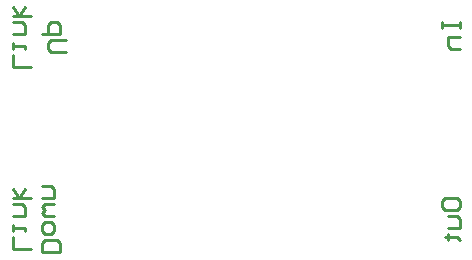
<source format=gbo>
G04*
G04 #@! TF.GenerationSoftware,Altium Limited,Altium Designer,18.1.9 (240)*
G04*
G04 Layer_Color=32896*
%FSLAX25Y25*%
%MOIN*%
G70*
G01*
G75*
%ADD10C,0.01000*%
D10*
X495596Y154998D02*
X489598D01*
Y157997D01*
X490597Y158997D01*
X494596D01*
X495596Y157997D01*
Y154998D01*
X489598Y161996D02*
Y163996D01*
X490597Y164995D01*
X492597D01*
X493596Y163996D01*
Y161996D01*
X492597Y160996D01*
X490597D01*
X489598Y161996D01*
X493596Y166995D02*
X490597D01*
X489598Y167994D01*
X490597Y168994D01*
X489598Y169993D01*
X490597Y170993D01*
X493596D01*
X489598Y172993D02*
X493596D01*
Y175992D01*
X492597Y176991D01*
X489598D01*
X485998Y155998D02*
X480000D01*
Y159997D01*
Y161996D02*
Y163996D01*
Y162996D01*
X483999D01*
Y161996D01*
X480000Y166995D02*
X483999D01*
Y169993D01*
X482999Y170993D01*
X480000D01*
Y172993D02*
X485998D01*
X481999D02*
X483999Y175992D01*
X481999Y172993D02*
X480000Y175992D01*
X497595Y221605D02*
X492597D01*
X491597Y222604D01*
Y224604D01*
X492597Y225604D01*
X497595D01*
X489598Y227603D02*
X495596D01*
Y230602D01*
X494596Y231602D01*
X492597D01*
X491597Y230602D01*
Y227603D01*
X485998Y216606D02*
X480000D01*
Y220605D01*
Y222604D02*
Y224604D01*
Y223604D01*
X483999D01*
Y222604D01*
X480000Y227603D02*
X483999D01*
Y230602D01*
X482999Y231602D01*
X480000D01*
Y233601D02*
X485998D01*
X481999D02*
X483999Y236600D01*
X481999Y233601D02*
X480000Y236600D01*
X623002Y169985D02*
Y171985D01*
X624002Y172984D01*
X628000D01*
X629000Y171985D01*
Y169985D01*
X628000Y168985D01*
X624002D01*
X623002Y169985D01*
X625001Y166986D02*
X628000D01*
X629000Y165987D01*
Y162987D01*
X625001D01*
X624002Y159988D02*
X625001D01*
Y160988D01*
Y158989D01*
Y159988D01*
X628000D01*
X629000Y158989D01*
X623002Y231685D02*
Y229686D01*
Y230685D01*
X629000D01*
Y231685D01*
Y229686D01*
Y226687D02*
X625001D01*
Y223688D01*
X626001Y222688D01*
X629000D01*
M02*

</source>
